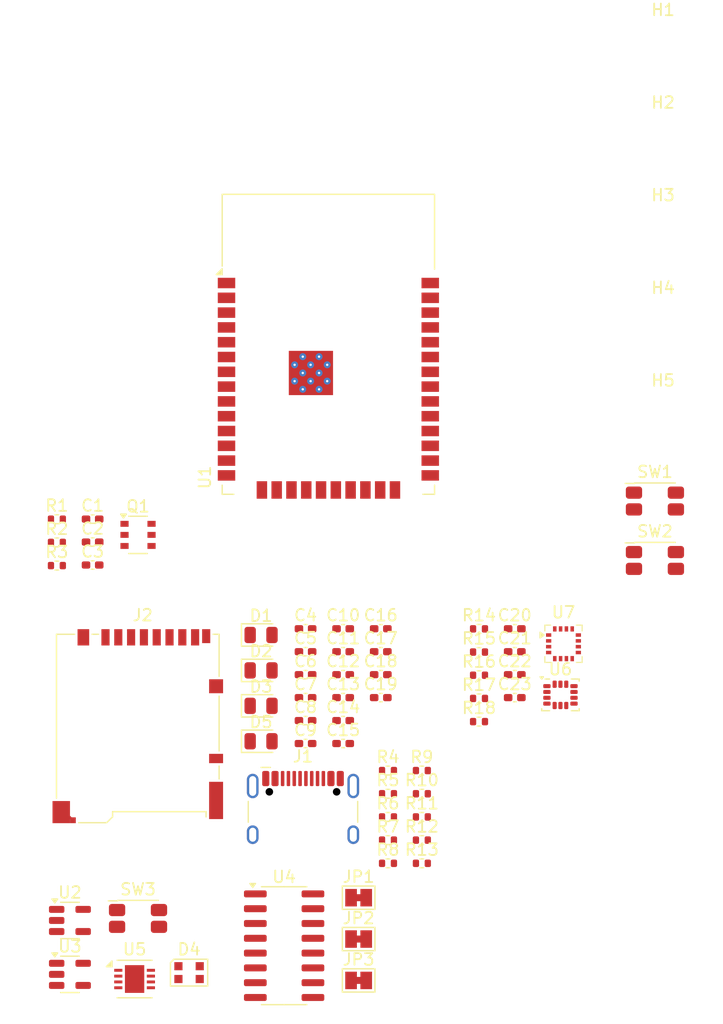
<source format=kicad_pcb>
(kicad_pcb (version 20241229) (generator "pcbnew") (generator_version "9.0")
  (layers (0 "F.Cu" signal) (2 "B.Cu" signal) (13 "F.Paste" user) (15 "B.Paste" user) (5 "F.SilkS" user "F.Silkscreen") (7 "B.SilkS" user "B.Silkscreen") (1 "F.Mask" user) (3 "B.Mask" user) (25 "Edge.Cuts" user))
  (net 0 "")
  (net 1 "RESET")
  (net 2 "GND")
  (net 3 "+3.3V")
  (net 4 "VIN")
  (net 5 "+3.3V_SW")
  (net 6 "V_BAT")
  (net 7 "Net-(U7-CAP)")
  (net 8 "Net-(D1A-K)")
  (net 9 "V_USB")
  (net 11 "Net-(D4-DIN)")
  (net 12 "Net-(D5-A)")
  (net 13 "Net-(J1-SHIELD)")
  (net 14 "Net-(J1-CC2)")
  (net 15 "D+")
  (net 16 "D-")
  (net 17 "Net-(J1-CC1)")
  (net 20 "SD_DATA0")
  (net 21 "ESP13{slash}DAT3")
  (net 22 "ESP14{slash}CLK")
  (net 23 "ESP4{slash}DAT1")
  (net 24 "SD_DATA2")
  (net 27 "SD_CMD")
  (net 28 "ESP26{slash}RGBLED")
  (net 29 "Net-(JP3-A)")
  (net 30 "Net-(Q1-B)")
  (net 31 "Net-(Q1-C-Pad5)")
  (net 32 "CH340-RTS")
  (net 33 "CH340-DTR")
  (net 34 "ESP0{slash}BOOT")
  (net 35 "ESP25{slash}LED")
  (net 36 "ESP21{slash}SDA")
  (net 37 "Net-(U5-SDA)")
  (net 38 "ESP22{slash}SCL")
  (net 39 "Net-(U5-SCL)")
  (net 40 "ESP23{slash}PICO")
  (net 41 "ESP19{slash}POCI")
  (net 42 "ESP18{slash}SCK")
  (net 43 "ESP5{slash}IMU_CS")
  (net 44 "ESP27{slash}MAG_CS")
  (net 47 "ESP32{slash}PWREN")
  (net 52 "CH340-TX")
  (net 53 "CH340-RX")
  (net 56 "ESP35{slash}MAG_INT")
  (net 61 "ESP34{slash}IMU_INT")
  (footprint "Package_LGA:LGA-14_3x2.5mm_P0.5mm_LayoutBorder3x4y" (layer "F.Cu") (at 121.9375 127.75)
    (property "Reference" "U6" (at 0 -2.2 0) (layer "F.SilkS"))
    (property "Value" "ISM330DHCX")
    (pad "1" smd roundrect (at -1.1625 -0.75) (size 0.625 0.35) (layers "F.Cu" "F.Mask" "F.Paste") (net 41 "ESP19{slash}POCI"))
    (pad "2" smd roundrect (at -1.1625 -0.25) (size 0.625 0.35) (layers "F.Cu" "F.Mask" "F.Paste") (net 2 "GND"))
    (pad "3" smd roundrect (at -1.1625 0.25) (size 0.625 0.35) (layers "F.Cu" "F.Mask" "F.Paste") (net 2 "GND"))
    (pad "4" smd roundrect (at -1.1625 0.75) (size 0.625 0.35) (layers "F.Cu" "F.Mask" "F.Paste") (net 61 "ESP34{slash}IMU_INT"))
    (pad "5" smd roundrect (at -0.5 0.9125) (size 0.35 0.625) (layers "F.Cu" "F.Mask" "F.Paste") (net 5 "+3.3V_SW"))
    (pad "6" smd roundrect (at 0 0.9125) (size 0.35 0.625) (layers "F.Cu" "F.Mask" "F.Paste") (net 2 "GND"))
    (pad "7" smd roundrect (at 0.5 0.9125) (size 0.35 0.625) (layers "F.Cu" "F.Mask" "F.Paste") (net 2 "GND"))
    (pad "8" smd roundrect (at 1.1625 0.75) (size 0.625 0.35) (layers "F.Cu" "F.Mask" "F.Paste") (net 5 "+3.3V_SW"))
    (pad "9" smd roundrect (at 1.1625 0.25) (size 0.625 0.35) (layers "F.Cu" "F.Mask" "F.Paste"))
    (pad "10" smd roundrect (at 1.1625 -0.25) (size 0.625 0.35) (layers "F.Cu" "F.Mask" "F.Paste"))
    (pad "11" smd roundrect (at 1.1625 -0.75) (size 0.625 0.35) (layers "F.Cu" "F.Mask" "F.Paste"))
    (pad "12" smd roundrect (at 0.5 -0.9125) (size 0.35 0.625) (layers "F.Cu" "F.Mask" "F.Paste") (net 43 "ESP5{slash}IMU_CS"))
    (pad "13" smd roundrect (at 0 -0.9125) (size 0.35 0.625) (layers "F.Cu" "F.Mask" "F.Paste") (net 42 "ESP18{slash}SCK"))
    (pad "14" smd roundrect (at -0.5 -0.9125) (size 0.35 0.625) (layers "F.Cu" "F.Mask" "F.Paste") (net 40 "ESP23{slash}PICO"))
  )
  (footprint "Resistor_SMD:R_0402_1005Metric" (layer "F.Cu") (at 107.1225 138.225)
    (property "Reference" "R6" (at 0 -1.17 0) (layer "F.SilkS"))
    (property "Value" "10K")
    (pad "1" smd roundrect (at -0.51 0) (size 0.54 0.64) (layers "F.Cu" "F.Mask" "F.Paste") (net 5 "+3.3V_SW"))
    (pad "2" smd roundrect (at 0.51 0) (size 0.54 0.64) (layers "F.Cu" "F.Mask" "F.Paste") (net 24 "SD_DATA2"))
  )
  (footprint "Capacitor_SMD:C_0402_1005Metric_Pad0.74x0.62mm_HandSolder" (layer "F.Cu") (at 106.5025 127.985)
    (property "Reference" "C19" (at 0 -1.16 0) (layer "F.SilkS"))
    (property "Value" "2.2uF")
    (pad "1" smd roundrect (at -0.5675 0) (size 0.735 0.62) (layers "F.Cu" "F.Mask" "F.Paste") (net 5 "+3.3V_SW"))
    (pad "2" smd roundrect (at 0.5675 0) (size 0.735 0.62) (layers "F.Cu" "F.Mask" "F.Paste") (net 2 "GND"))
  )
  (footprint "Capacitor_SMD:C_0402_1005Metric_Pad0.74x0.62mm_HandSolder" (layer "F.Cu") (at 81.7525 112.665)
    (property "Reference" "C1" (at 0 -1.16 0) (layer "F.SilkS"))
    (property "Value" "DNP")
    (pad "1" smd roundrect (at -0.5675 0) (size 0.735 0.62) (layers "F.Cu" "F.Mask" "F.Paste") (net 1 "RESET"))
    (pad "2" smd roundrect (at 0.5675 0) (size 0.735 0.62) (layers "F.Cu" "F.Mask" "F.Paste") (net 2 "GND"))
  )
  (footprint "Connector_Card:microSD_HC_Hirose_DM3BT-DSF-PEJS" (layer "F.Cu") (at 85.6325 130.435)
    (property "Reference" "J2" (at 0.425 -9.525 0) (layer "F.SilkS"))
    (property "Value" "Micro_SD_Card_Det2")
    (pad "1" smd rect (at -2.775 -7.625) (size 0.7 1.4) (layers "F.Cu" "F.Mask" "F.Paste") (net 24 "SD_DATA2"))
    (pad "2" smd rect (at -1.675 -7.625) (size 0.7 1.4) (layers "F.Cu" "F.Mask" "F.Paste") (net 21 "ESP13{slash}DAT3"))
    (pad "3" smd rect (at -0.575 -7.625) (size 0.7 1.4) (layers "F.Cu" "F.Mask" "F.Paste") (net 27 "SD_CMD"))
    (pad "4" smd rect (at 0.525 -7.625) (size 0.7 1.4) (layers "F.Cu" "F.Mask" "F.Paste") (net 5 "+3.3V_SW"))
    (pad "5" smd rect (at 1.625 -7.625) (size 0.7 1.4) (layers "F.Cu" "F.Mask" "F.Paste") (net 22 "ESP14{slash}CLK"))
    (pad "6" smd rect (at 2.725 -7.625) (size 0.7 1.4) (layers "F.Cu" "F.Mask" "F.Paste") (net 2 "GND"))
    (pad "7" smd rect (at 3.825 -7.625) (size 0.7 1.4) (layers "F.Cu" "F.Mask" "F.Paste") (net 20 "SD_DATA0"))
    (pad "8" smd rect (at 4.925 -7.625) (size 0.7 1.4) (layers "F.Cu" "F.Mask" "F.Paste") (net 23 "ESP4{slash}DAT1"))
    (pad "9" smd rect (at 5.875 -7.725) (size 0.7 1.2) (layers "F.Cu" "F.Mask" "F.Paste"))
    (pad "10" smd rect (at 6.725 2.775) (size 1.2 0.8) (layers "F.Cu" "F.Mask" "F.Paste"))
    (pad "11" smd rect (at -6.575 7.375) (size 1.5 1.9) (layers "F.Cu" "F.Mask" "F.Paste") (net 2 "GND"))
    (pad "11" smd rect (at -5.825 7.825 45) (size 0.2 0.2) (layers "F.Cu" "F.Mask" "F.Paste") (net 2 "GND"))
    (pad "11" smd rect (at -5.575 8.075) (size 0.5 0.5) (layers "F.Cu" "F.Mask" "F.Paste") (net 2 "GND"))
    (pad "11" smd rect (at -4.675 -7.625) (size 1 1.4) (layers "F.Cu" "F.Mask" "F.Paste") (net 2 "GND"))
    (pad "11" smd rect (at 6.725 -3.425) (size 1.2 1.2) (layers "F.Cu" "F.Mask" "F.Paste") (net 2 "GND"))
    (pad "11" smd rect (at 6.725 6.375) (size 1.2 3.2) (layers "F.Cu" "F.Mask" "F.Paste") (net 2 "GND"))
  )
  (footprint "Capacitor_SMD:C_0402_1005Metric_Pad0.74x0.62mm_HandSolder" (layer "F.Cu") (at 118.0125 126.015)
    (property "Reference" "C22" (at 0 -1.16 0) (layer "F.SilkS"))
    (property "Value" "2.2uF")
    (pad "1" smd roundrect (at -0.5675 0) (size 0.735 0.62) (layers "F.Cu" "F.Mask" "F.Paste") (net 5 "+3.3V_SW"))
    (pad "2" smd roundrect (at 0.5675 0) (size 0.735 0.62) (layers "F.Cu" "F.Mask" "F.Paste") (net 2 "GND"))
  )
  (footprint "Resistor_SMD:R_0402_1005Metric" (layer "F.Cu") (at 110.0325 138.225)
    (property "Reference" "R11" (at 0 -1.17 0) (layer "F.SilkS"))
    (property "Value" "1K")
    (pad "1" smd roundrect (at -0.51 0) (size 0.54 0.64) (layers "F.Cu" "F.Mask" "F.Paste") (net 35 "ESP25{slash}LED"))
    (pad "2" smd roundrect (at 0.51 0) (size 0.54 0.64) (layers "F.Cu" "F.Mask" "F.Paste") (net 29 "Net-(JP3-A)"))
  )
  (footprint "Capacitor_SMD:C_0402_1005Metric_Pad0.74x0.62mm_HandSolder" (layer "F.Cu") (at 118.0125 124.045)
    (property "Reference" "C21" (at 0 -1.16 0) (layer "F.SilkS"))
    (property "Value" "0.1uF")
    (pad "1" smd roundrect (at -0.5675 0) (size 0.735 0.62) (layers "F.Cu" "F.Mask" "F.Paste") (net 5 "+3.3V_SW"))
    (pad "2" smd roundrect (at 0.5675 0) (size 0.735 0.62) (layers "F.Cu" "F.Mask" "F.Paste") (net 2 "GND"))
  )
  (footprint "Package_TO_SOT_SMD:SOT-23-5" (layer "F.Cu") (at 79.8025 147.11)
    (property "Reference" "U2" (at 0 -2.4 0) (layer "F.SilkS"))
    (property "Value" "XC6222B331MR")
    (pad "1" smd roundrect (at -1.1375 -0.95) (size 1.325 0.6) (layers "F.Cu" "F.Mask" "F.Paste") (net 4 "VIN"))
    (pad "2" smd roundrect (at -1.1375 0) (size 1.325 0.6) (layers "F.Cu" "F.Mask" "F.Paste") (net 2 "GND"))
    (pad "3" smd roundrect (at -1.1375 0.95) (size 1.325 0.6) (layers "F.Cu" "F.Mask" "F.Paste") (net 4 "VIN"))
    (pad "4" smd roundrect (at 1.1375 0.95) (size 1.325 0.6) (layers "F.Cu" "F.Mask" "F.Paste"))
    (pad "5" smd roundrect (at 1.1375 -0.95) (size 1.325 0.6) (layers "F.Cu" "F.Mask" "F.Paste") (net 3 "+3.3V"))
  )
  (footprint "Jumper:SolderJumper-2_P1.3mm_Bridged_Pad1.0x1.5mm" (layer "F.Cu") (at 104.6025 152.255)
    (property "Reference" "JP3" (at 0 -1.8 0) (layer "F.SilkS"))
    (property "Value" "STATE")
    (fp_poly (pts (xy -0.25 -0.3) (xy 0.25 -0.3) (xy 0.25 0.3) (xy -0.25 0.3)) (fill yes) (layer "F.Cu"))
    (pad "1" smd rect (at -0.65 0) (size 1 1.5) (layers "F.Cu" "F.Mask") (net 29 "Net-(JP3-A)"))
    (pad "2" smd rect (at 0.65 0) (size 1 1.5) (layers "F.Cu" "F.Mask") (net 12 "Net-(D5-A)"))
  )
  (footprint "Capacitor_SMD:C_0402_1005Metric_Pad0.74x0.62mm_HandSolder" (layer "F.Cu") (at 100.0425 126.015)
    (property "Reference" "C6" (at 0 -1.16 0) (layer "F.SilkS"))
    (property "Value" "2.2uF")
    (pad "1" smd roundrect (at -0.5675 0) (size 0.735 0.62) (layers "F.Cu" "F.Mask" "F.Paste") (net 4 "VIN"))
    (pad "2" smd roundrect (at 0.5675 0) (size 0.735 0.62) (layers "F.Cu" "F.Mask" "F.Paste") (net 2 "GND"))
  )
  (footprint "Resistor_SMD:R_0402_1005Metric" (layer "F.Cu") (at 110.0325 140.215)
    (property "Reference" "R12" (at 0 -1.17 0) (layer "F.SilkS"))
    (property "Value" "2.2K")
    (pad "1" smd roundrect (at -0.51 0) (size 0.54 0.64) (layers "F.Cu" "F.Mask" "F.Paste") (net 37 "Net-(U5-SDA)"))
    (pad "2" smd roundrect (at 0.51 0) (size 0.54 0.64) (layers "F.Cu" "F.Mask" "F.Paste") (net 36 "ESP21{slash}SDA"))
  )
  (footprint "Capacitor_SMD:C_0402_1005Metric_Pad0.74x0.62mm_HandSolder" (layer "F.Cu") (at 106.5025 122.075)
    (property "Reference" "C16" (at 0 -1.16 0) (layer "F.SilkS"))
    (property "Value" "0.1uF")
    (pad "1" smd roundrect (at -0.5675 0) (size 0.735 0.62) (layers "F.Cu" "F.Mask" "F.Paste") (net 5 "+3.3V_SW"))
    (pad "2" smd roundrect (at 0.5675 0) (size 0.735 0.62) (layers "F.Cu" "F.Mask" "F.Paste") (net 2 "GND"))
  )
  (footprint "Resistor_SMD:R_0402_1005Metric" (layer "F.Cu") (at 107.1225 142.205)
    (property "Reference" "R8" (at 0 -1.17 0) (layer "F.SilkS"))
    (property "Value" "10K")
    (pad "1" smd roundrect (at -0.51 0) (size 0.54 0.64) (layers "F.Cu" "F.Mask" "F.Paste") (net 5 "+3.3V_SW"))
    (pad "2" smd roundrect (at 0.51 0) (size 0.54 0.64) (layers "F.Cu" "F.Mask" "F.Paste") (net 27 "SD_CMD"))
  )
  (footprint "Resistor_SMD:R_0402_1005Metric" (layer "F.Cu") (at 114.9425 126.065)
    (property "Reference" "R16" (at 0 -1.17 0) (layer "F.SilkS"))
    (property "Value" "100K")
    (pad "1" smd roundrect (at -0.51 0) (size 0.54 0.64) (layers "F.Cu" "F.Mask" "F.Paste") (net 5 "+3.3V_SW"))
    (pad "2" smd roundrect (at 0.51 0) (size 0.54 0.64) (layers "F.Cu" "F.Mask" "F.Paste") (net 42 "ESP18{slash}SCK"))
  )
  (footprint "Package_SO:TSOP-6_1.65x3.05mm_P0.95mm" (layer "F.Cu") (at 85.6525 114.02)
    (property "Reference" "Q1" (at 0 -2.45 0) (layer "F.SilkS"))
    (property "Value" "BC846BDW1")
    (pad "1" smd rect (at -1.16 -0.95) (size 0.7 0.51) (layers "F.Cu" "F.Mask" "F.Paste") (net 33 "CH340-DTR"))
    (pad "2" smd rect (at -1.16 0) (size 0.7 0.51) (layers "F.Cu" "F.Mask" "F.Paste") (net 30 "Net-(Q1-B)"))
    (pad "3" smd rect (at -1.16 0.95) (size 0.7 0.51) (layers "F.Cu" "F.Mask" "F.Paste") (net 1 "RESET"))
    (pad "4" smd rect (at 1.16 0.95) (size 0.7 0.51) (layers "F.Cu" "F.Mask" "F.Paste") (net 32 "CH340-RTS"))
    (pad "5" smd rect (at 1.16 0) (size 0.7 0.51) (layers "F.Cu" "F.Mask" "F.Paste") (net 31 "Net-(Q1-C-Pad5)"))
    (pad "6" smd rect (at 1.16 -0.95) (size 0.7 0.51) (layers "F.Cu" "F.Mask" "F.Paste") (net 34 "ESP0{slash}BOOT"))
  )
  (footprint "MountingHole:MountingHole_3.2mm_M3" (layer "F.Cu") (at 130.7525 81.065)
    (property "Reference" "H2" (at 0 -4.15 0) (layer "F.SilkS"))
    (property "Value" "MountingHole")
    (pad "" np_thru_hole circle (at 0 0) (size 3.2 3.2) (drill 3.2) (layers "*.Cu" "*.Mask"))
  )
  (footprint "Package_TO_SOT_SMD:SOT-23-5" (layer "F.Cu") (at 79.8025 151.735)
    (property "Reference" "U3" (at 0 -2.4 0) (layer "F.SilkS"))
    (property "Value" "XC6222B331MR")
    (pad "1" smd roundrect (at -1.1375 -0.95) (size 1.325 0.6) (layers "F.Cu" "F.Mask" "F.Paste") (net 4 "VIN"))
    (pad "2" smd roundrect (at -1.1375 0) (size 1.325 0.6) (layers "F.Cu" "F.Mask" "F.Paste") (net 2 "GND"))
    (pad "3" smd roundrect (at -1.1375 0.95) (size 1.325 0.6) (layers "F.Cu" "F.Mask" "F.Paste") (net 47 "ESP32{slash}PWREN"))
    (pad "4" smd roundrect (at 1.1375 0.95) (size 1.325 0.6) (layers "F.Cu" "F.Mask" "F.Paste"))
    (pad "5" smd roundrect (at 1.1375 -0.95) (size 1.325 0.6) (layers "F.Cu" "F.Mask" "F.Paste") (net 5 "+3.3V_SW"))
  )
  (footprint "Resistor_SMD:R_0402_1005Metric" (layer "F.Cu") (at 78.6825 114.665)
    (property "Reference" "R2" (at 0 -1.17 0) (layer "F.SilkS"))
    (property "Value" "10K")
    (pad "1" smd roundrect (at -0.51 0) (size 0.54 0.64) (layers "F.Cu" "F.Mask" "F.Paste") (net 31 "Net-(Q1-C-Pad5)"))
    (pad "2" smd roundrect (at 0.51 0) (size 0.54 0.64) (layers "F.Cu" "F.Mask" "F.Paste") (net 33 "CH340-DTR"))
  )
  (footprint "Resistor_SMD:R_0402_1005Metric" (layer "F.Cu") (at 78.6825 112.675)
    (property "Reference" "R1" (at 0 -1.17 0) (layer "F.SilkS"))
    (property "Value" "10K")
    (pad "1" smd roundrect (at -0.51 0) (size 0.54 0.64) (layers "F.Cu" "F.Mask" "F.Paste") (net 3 "+3.3V"))
    (pad "2" smd roundrect (at 0.51 0) (size 0.54 0.64) (layers "F.Cu" "F.Mask" "F.Paste") (net 1 "RESET"))
  )
  (footprint "Capacitor_SMD:C_0402_1005Metric_Pad0.74x0.62mm_HandSolder" (layer "F.Cu") (at 103.2725 122.075)
    (property "Reference" "C10" (at 0 -1.16 0) (layer "F.SilkS"))
    (property "Value" "10nF")
    (pad "1" smd roundrect (at -0.5675 0) (size 0.735 0.62) (layers "F.Cu" "F.Mask" "F.Paste") (net 3 "+3.3V"))
    (pad "2" smd roundrect (at 0.5675 0) (size 0.735 0.62) (layers "F.Cu" "F.Mask" "F.Paste") (net 2 "GND"))
  )
  (footprint "Resistor_SMD:R_0402_1005Metric" (layer "F.Cu") (at 78.6825 116.655)
    (property "Reference" "R3" (at 0 -1.17 0) (layer "F.SilkS"))
    (property "Value" "10K")
    (pad "1" smd roundrect (at -0.51 0) (size 0.54 0.64) (layers "F.Cu" "F.Mask" "F.Paste") (net 30 "Net-(Q1-B)"))
    (pad "2" smd roundrect (at 0.51 0) (size 0.54 0.64) (layers "F.Cu" "F.Mask" "F.Paste") (net 32 "CH340-RTS"))
  )
  (footprint "Resistor_SMD:R_0402_1005Metric" (layer "F.Cu") (at 110.0325 136.235)
    (property "Reference" "R10" (at 0 -1.17 0) (layer "F.SilkS"))
    (property "Value" "10K")
    (pad "1" smd roundrect (at -0.51 0) (size 0.54 0.64) (layers "F.Cu" "F.Mask" "F.Paste") (net 5 "+3.3V_SW"))
    (pad "2" smd roundrect (at 0.51 0) (size 0.54 0.64) (layers "F.Cu" "F.Mask" "F.Paste") (net 23 "ESP4{slash}DAT1"))
  )
  (footprint "Jumper:SolderJumper-2_P1.3mm_Bridged_Pad1.0x1.5mm" (layer "F.Cu") (at 104.6025 145.155)
    (property "Reference" "JP1" (at 0 -1.8 0) (layer "F.SilkS"))
    (property "Value" "SHLD")
    (fp_poly (pts (xy -0.25 -0.3) (xy 0.25 -0.3) (xy 0.25 0.3) (xy -0.25 0.3)) (fill yes) (layer "F.Cu"))
    (pad "1" smd rect (at -0.65 0) (size 1 1.5) (layers "F.Cu" "F.Mask") (net 2 "GND"))
    (pad "2" smd rect (at 0.65 0) (size 1 1.5) (layers "F.Cu" "F.Mask") (net 13 "Net-(J1-SHIELD)"))
  )
  (footprint "Resistor_SMD:R_0402_1005Metric" (layer "F.Cu") (at 107.1225 136.235)
    (property "Reference" "R5" (at 0 -1.17 0) (layer "F.SilkS"))
    (property "Value" "5.1k")
    (pad "1" smd roundrect (at -0.51 0) (size 0.54 0.64) (layers "F.Cu" "F.Mask" "F.Paste") (net 14 "Net-(J1-CC2)"))
    (pad "2" smd roundrect (at 0.51 0) (size 0.54 0.64) (layers "F.Cu" "F.Mask" "F.Paste") (net 2 "GND"))
  )
  (footprint "Diode_SMD:D_0805_2012Metric" (layer "F.Cu") (at 96.2225 122.61)
    (property "Reference" "D1" (at 0 -1.65 0) (layer "F.SilkS"))
    (property "Value" "3A/10V/180mV")
    (pad "1" smd roundrect (at -0.9375 0) (size 0.975 1.4) (layers "F.Cu" "F.Mask" "F.Paste") (net 6 "V_BAT"))
    (pad "2" smd roundrect (at 0.9375 0) (size 0.975 1.4) (layers "F.Cu" "F.Mask" "F.Paste") (net 8 "Net-(D1A-K)"))
  )
  (footprint "Capacitor_SMD:C_0402_1005Metric_Pad0.74x0.62mm_HandSolder" (layer "F.Cu") (at 103.2725 131.925)
    (property "Reference" "C15" (at 0 -1.16 0) (layer "F.SilkS"))
    (property "Value" "2.2uF")
    (pad "1" smd roundrect (at -0.5675 0) (size 0.735 0.62) (layers "F.Cu" "F.Mask" "F.Paste") (net 5 "+3.3V_SW"))
    (pad "2" smd roundrect (at 0.5675 0) (size 0.735 0.62) (layers "F.Cu" "F.Mask" "F.Paste") (net 2 "GND"))
  )
  (footprint "Resistor_SMD:R_0402_1005Metric" (layer "F.Cu") (at 114.9425 130.045)
    (property "Reference" "R18" (at 0 -1.17 0) (layer "F.SilkS"))
    (property "Value" "100K")
    (pad "1" smd roundrect (at -0.51 0) (size 0.54 0.64) (layers "F.Cu" "F.Mask" "F.Paste") (net 5 "+3.3V_SW"))
    (pad "2" smd roundrect (at 0.51 0) (size 0.54 0.64) (layers "F.Cu" "F.Mask" "F.Paste") (net 44 "ESP27{slash}MAG_CS"))
  )
  (footprint "Connector_USB:USB_C_Receptacle_HCTL_HC-TYPE-C-16P-01A" (layer "F.Cu") (at 99.8225 138.675)
    (property "Reference" "J1" (at 0 -5.645 0) (layer "F.SilkS"))
    (property "Value" "USB_C_Receptacle_USB2.0_16P")
    (pad "" np_thru_hole circle (at -2.89 -2.605) (size 0.65 0.65) (drill 0.65) (layers "*.Mask"))
    (pad "" np_thru_hole circle (at 2.89 -2.605) (size 0.65 0.65) (drill 0.65) (layers "*.Mask"))
    (pad "A1" smd roundrect (at -3.2 -3.745) (size 0.6 1.3) (layers "F.Cu" "F.Mask" "F.Paste") (net 2 "GND"))
    (pad "A4" smd roundrect (at -2.4 -3.745) (size 0.6 1.3) (layers "F.Cu" "F.Mask" "F.Paste") (net 9 "V_USB"))
    (pad "A5" smd roundrect (at -1.25 -3.745) (size 0.3 1.3) (layers "F.Cu" "F.Mask" "F.Paste") (net 17 "Net-(J1-CC1)"))
    (pad "A6" smd roundrect (at -0.25 -3.745) (size 0.3 1.3) (layers "F.Cu" "F.Mask" "F.Paste") (net 15 "D+"))
    (pad "A7" smd roundrect (at 0.25 -3.745) (size 0.3 1.3) (layers "F.Cu" "F.Mask" "F.Paste") (net 16 "D-"))
    (pad "A8" smd roundrect (at 1.25 -3.745) (size 0.3 1.3) (layers "F.Cu" "F.Mask" "F.Paste"))
    (pad "A9" smd roundrect (at 2.4 -3.745) (size 0.6 1.3) (layers "F.Cu" "F.Mask" "F.Paste") (net 9 "V_USB"))
    (pad "A12" smd roundrect (at 3.2 -3.745) (size 0.6 1.3) (layers "F.Cu" "F.Mask" "F.Paste") (net 2 "GND"))
    (pad "B1" smd roundrect (at 3.2 -3.745) (size 0.6 1.3) (layers "F.Cu" "F.Mask" "F.Paste") (net 2 "GND"))
    (pad "B4" smd roundrect (at 2.4 -3.745) (size 0.6 1.3) (layers "F.Cu" "F.Mask" "F.Paste") (net 9 "V_USB"))
    (pad "B5" smd roundrect (at 1.75 -3.745) (size 0.3 1.3) (layers "F.Cu" "F.Mask" "F.Paste") (net 14 "Net-(J1-CC2)"))
    (pad "B6" smd roundrect (at 0.75 -3.745) (size 0.3 1.3) (layers "F.Cu" "F.Mask" "F.Paste") (net 15 "D+"))
    (pad "B7" smd roundrect (at -0.75 -3.745) (size 0.3 1.3) (layers "F.Cu" "F.Mask" "F.Paste") (net 16 "D-"))
    (pad "B8" smd roundrect (at -1.75 -3.745) (size 0.3 1.3) (layers "F.Cu" "F.Mask" "F.Paste"))
    (pad "B9" smd roundrect (at -2.4 -3.745) (size 0.6 1.3) (layers "F.Cu" "F.Mask" "F.Paste") (net 9 "V_USB"))
    (pad "B12" smd roundrect (at -3.2 -3.745) (size 0.6 1.3) (layers "F.Cu" "F.Mask" "F.Paste") (net 2 "GND"))
    (pad "S1" thru_hole oval (at -4.32 -3.105) (size 1 2.1) (drill oval 0.6 1.7) (property pad_prop_heatsink) (layers "*.Cu" "*.Mask") (net 13 "Net-(J1-SHIELD)"))
    (pad "S1" thru_hole oval (at -4.32 1.075) (size 1 1.6) (drill oval 0.6 1.2) (property pad_prop_heatsink) (layers "*.Cu" "*.Mask") (net 13 "Net-(J1-SHIELD)"))
    (pad "S1" thru_hole oval (at 4.32 -3.105) (size 1 2.1) (drill oval 0.6 1.7) (property pad_prop_heatsink) (layers "*.Cu" "*.Mask") (net 13 "Net-(J1-SHIELD)"))
    (pad "S1" thru_hole oval (at 4.32 1.075) (size 1 1.6) (drill oval 0.6 1.2) (property pad_prop_heatsink) (layers "*.Cu" "*.Mask") (net 13 "Net-(J1-SHIELD)"))
  )
  (footprint "Capacitor_SMD:C_0402_1005Metric_Pad0.74x0.62mm_HandSolder" (layer "F.Cu") (at 100.0425 127.985)
    (property "Reference" "C7" (at 0 -1.16 0) (layer "F.SilkS"))
    (property "Value" "2.2uF")
    (pad "1" smd roundrect (at -0.5675 0) (size 0.735 0.62) (layers "F.Cu" "F.Mask" "F.Paste") (net 4 "VIN"))
    (pad "2" smd roundrect (at 0.5675 0) (size 0.735 0.62) (layers "F.Cu" "F.Mask" "F.Paste") (net 2 "GND"))
  )
  (footprint "Capacitor_SMD:C_0402_1005Metric_Pad0.74x0.62mm_HandSolder" (layer "F.Cu") (at 103.2725 124.045)
    (property "Reference" "C11" (at 0 -1.16 0) (layer "F.SilkS"))
    (property "Value" "0.1uF")
    (pad "1" smd roundrect (at -0.5675 0) (size 0.735 0.62) (layers "F.Cu" "F.Mask" "F.Paste") (net 3 "+3.3V"))
    (pad "2" smd roundrect (at 0.5675 0) (size 0.735 0.62) (layers "F.Cu" "F.Mask" "F.Paste") (net 2 "GND"))
  )
  (footprint "Capacitor_SMD:C_0402_1005Metric_Pad0.74x0.62mm_HandSolder" (layer "F.Cu") (at 103.2725 126.015)
    (property "Reference" "C12" (at 0 -1.16 0) (layer "F.SilkS"))
    (property "Value" "0.1uF")
    (pad "1" smd roundrect (at -0.5675 0) (size 0.735 0.62) (layers "F.Cu" "F.Mask" "F.Paste") (net 5 "+3.3V_SW"))
    (pad "2" smd roundrect (at 0.5675 0) (size 0.735 0.62) (layers "F.Cu" "F.Mask" "F.Paste") (net 2 "GND"))
  )
  (footprint "Package_DFN_QFN:DFN-8-1EP_3x3mm_P0.5mm_EP1.66x2.38mm" (layer "F.Cu") (at 85.3575 152.135)
    (property "Reference" "U5" (at 0 -2.55 0) (layer "F.SilkS"))
    (property "Value" "MAX17048")
    (pad "1" smd rect (at -1.4 -0.75) (size 0.7 0.25) (layers "F.Cu" "F.Mask" "F.Paste") (net 2 "GND"))
    (pad "2" smd rect (at -1.4 -0.25) (size 0.7 0.25) (layers "F.Cu" "F.Mask" "F.Paste") (net 6 "V_BAT"))
    (pad "3" smd rect (at -1.4 0.25) (size 0.7 0.25) (layers "F.Cu" "F.Mask" "F.Paste") (net 6 "V_BAT"))
    (pad "4" smd rect (at -1.4 0.75) (size 0.7 0.25) (layers "F.Cu" "F.Mask" "F.Paste") (net 2 "GND"))
    (pad "5" smd rect (at 1.4 0.75) (size 0.7 0.25) (layers "F.Cu" "F.Mask" "F.Paste"))
    (pad "6" smd rect (at 1.4 0.25) (size 0.7 0.25) (layers "F.Cu" "F.Mask" "F.Paste") (net 2 "GND"))
    (pad "7" smd rect (at 1.4 -0.25) (size 0.7 0.25) (layers "F.Cu" "F.Mask" "F.Paste") (net 39 "Net-(U5-SCL)"))
    (pad "8" smd rect (at 1.4 -0.75) (size 0.7 0.25) (layers "F.Cu" "F.Mask" "F.Paste") (net 37 "Net-(U5-SDA)"))
    (pad "9" smd rect (at 0 0) (size 1.66 2.38) (layers "F.Cu" "F.Mask"))
  )
  (footprint "Capacitor_SMD:C_0402_1005Metric_Pad0.74x0.62mm_HandSolder" (layer "F.Cu") (at 100.0425 122.075)
    (property "Reference" "C4" (at 0 -1.16 0) (layer "F.SilkS"))
    (property "Value" "2.2uF")
    (pad "1" smd roundrect (at -0.5675 0) (size 0.735 0.62) (layers "F.Cu" "F.Mask" "F.Paste") (net 4 "VIN"))
    (pad "2" smd roundrect (at 0.5675 0) (size 0.735 0.62) (layers "F.Cu" "F.Mask" "F.Paste") (net 2 "GND"))
  )
  (footprint "RF_Module:ESP32-WROOM-32D" (layer "F.Cu") (at 102.0025 100.655)
    (property "Reference" "U1" (at -10.61 8.43 90) (layer "F.SilkS"))
    (property "Value" "ESP32-WROOM-32E")
    (pad "1" smd rect (at -8.75 -8.25) (size 1.5 0.9) (layers "F.Cu" "F.Mask" "F.Paste") (net 2 "GND"))
    (pad "2" smd rect (at -8.75 -6.98) (size 1.5 0.9) (layers "F.Cu" "F.Mask" "F.Paste") (net 3 "+3.3V"))
    (pad "3" smd rect (at -8.75 -5.71) (size 1.5 0.9) (layers "F.Cu" "F.Mask" "F.Paste") (net 1 "RESET"))
    (pad "4" smd rect (at -8.75 -4.44) (size 1.5 0.9) (layers "F.Cu" "F.Mask" "F.Paste"))
    (pad "5" smd rect (at -8.75 -3.17) (size 1.5 0.9) (layers "F.Cu" "F.Mask" "F.Paste"))
    (pad "6" smd rect (at -8.75 -1.9) (size 1.5 0.9) (layers "F.Cu" "F.Mask" "F.Paste") (net 61 "ESP34{slash}IMU_INT"))
    (pad "7" smd rect (at -8.75 -0.63) (size 1.5 0.9) (layers "F.Cu" "F.Mask" "F.Paste") (net 56 "ESP35{slash}MAG_INT"))
    (pad "8" smd rect (at -8.75 0.64) (size 1.5 0.9) (layers "F.Cu" "F.Mask" "F.Paste") (net 47 "ESP32{slash}PWREN"))
    (pad "9" smd rect (at -8.75 1.91) (size 1.5 0.9) (layers "F.Cu" "F.Mask" "F.Paste"))
    (pad "10" smd rect (at -8.75 3.18) (size 1.5 0.9) (layers "F.Cu" "F.Mask" "F.Paste") (net 35 "ESP25{slash}LED"))
    (pad "11" smd rect (at -8.75 4.45) (size 1.5 0.9) (layers "F.Cu" "F.Mask" "F.Paste") (net 28 "ESP26{slash}RGBLED"))
    (pad "12" smd rect (at -8.75 5.72) (size 1.5 0.9) (layers "F.Cu" "F.Mask" "F.Paste") (net 44 "ESP27{slash}MAG_CS"))
    (pad "13" smd rect (at -8.75 6.99) (size 1.5 0.9) (layers "F.Cu" "F.Mask" "F.Paste") (net 22 "ESP14{slash}CLK"))
    (pad "14" smd rect (at -8.75 8.26) (size 1.5 0.9) (layers "F.Cu" "F.Mask" "F.Paste"))
    (pad "15" smd rect (at -5.71 9.51 90) (size 1.5 0.9) (layers "F.Cu" "F.Mask" "F.Paste") (net 2 "GND"))
    (pad "16" smd rect (at -4.44 9.51 90) (size 1.5 0.9) (layers "F.Cu" "F.Mask" "F.Paste") (net 21 "ESP13{slash}DAT3"))
    (pad "17" smd rect (at -3.17 9.51 90) (size 1.5 0.9) (layers "F.Cu" "F.Mask" "F.Paste"))
    (pad "18" smd rect (at -1.9 9.51 90) (size 1.5 0.9) (layers "F.Cu" "F.Mask" "F.Paste"))
    (pad "19" smd rect (at -0.63 9.51 90) (size 1.5 0.9) (layers "F.Cu" "F.Mask" "F.Paste"))
    (pad "20" smd rect (at 0.64 9.51 90) (size 1.5 0.9) (layers "F.Cu" "F.Mask" "F.Paste"))
    (pad "21" smd rect (at 1.91 9.51 90) (size 1.5 0.9) (layers "F.Cu" "F.Mask" "F.Paste"))
    (pad "22" smd rect (at 3.18 9.51 90) (size 1.5 0.9) (layers "F.Cu" "F.Mask" "F.Paste"))
    (pad "23" smd rect (at 4.45 9.51 90) (size 1.5 0.9) (layers "F.Cu" "F.Mask" "F.Paste"))
    (pad "24" smd rect (at 5.72 9.51 90) (size 1.5 0.9) (layers "F.Cu" "F.Mask" "F.Paste"))
    (pad "25" smd rect (at 8.75 8.26) (size 1.5 0.9) (layers "F.Cu" "F.Mask" "F.Paste") (net 34 "ESP0{slash}BOOT"))
    (pad "26" smd rect (at 8.75 6.99) (size 1.5 0.9) (layers "F.Cu" "F.Mask" "F.Paste") (net 23 "ESP4{slash}DAT1"))
    (pad "27" smd rect (at 8.75 5.72) (size 1.5 0.9) (layers "F.Cu" "F.Mask" "F.Paste"))
    (pad "28" smd rect (at 8.75 4.45) (size 1.5 0.9) (layers "F.Cu" "F.Mask" "F.Paste"))
    (pad "29" smd rect (at 8.75 3.18) (size 1.5 0.9) (layers "F.Cu" "F.Mask" "F.Paste") (net 43 "ESP5{slash}IMU_CS"))
    (pad "30" smd rect (at 8.75 1.91) (size 1.5 0.9) (layers "F.Cu" "F.Mask" "F.Paste") (net 42 "ESP18{slash}SCK"))
    (pad "31" smd rect (at 8.75 0.64) (size 1.5 0.9) (layers "F.Cu" "F.Mask" "F.Paste") (net 41 "ESP19{slash}POCI"))
    (pad "32" smd rect (at 8.75 -0.63) (size 1.5 0.9) (layers "F.Cu" "F.Mask" "F.Paste"))
    (pad "33" smd rect (at 8.75 -1.9) (size 1.5 0.9) (layers "F.Cu" "F.Mask" "F.Paste") (net 36 "ESP21{slash}SDA"))
    (pad "34" smd rect (at 8.75 -3.17) (size 1.5 0.9) (layers "F.Cu" "F.Mask" "F.Paste") (net 52 "CH340-TX"))
    (pad "35" smd rect (at 8.75 -4.44) (size 1.5 0.9) (layers "F.Cu" "F.Mask" "F.Paste") (net 53 "CH340-RX"))
    (pad "36" smd rect (at 8.75 -5.71) (size 1.5 0.9) (layers "F.Cu" "F.Mask" "F.Paste") (net 38 "ESP22{slash}SCL"))
    (pad "37" smd rect (at 8.75 -6.98) (size 1.5 0.9) (layers "F.Cu" "F.Mask" "F.Paste") (net 40 "ESP23{slash}PICO"))
    (pad "38" smd rect (at 8.75 -8.25) (size 1.5 0.9) (layers "F.Cu" "F.Mask" "F.Paste") (net 2 "GND"))
    (pad "39" smd rect (at -2.9 -1.93) (size 0.9 0.9) (layers "F.Cu" "F.Paste") (net 2 "GND"))
    (pad "39" thru_hole circle (at -2.9 -1.23) (size 0.6 0.6) (drill 0.2) (property pad_prop_heatsink) (layers "*.Cu" "F.Mask") (net 2 "GND"))
    (pad "39" smd rect (at -2.9 -0.53) (size 0.9 0.9) (layers "F.Cu" "F.Paste") (net 2 "GND"))
    (pad "39" thru_hole circle (at -2.9 0.17) (size 0.6 0.6) (drill 0.2) (property pad_prop_heatsink) (layers "*.Cu" "F.Mask") (net 2 "GND"))
    (pad "39" smd rect (at -2.9 0.87) (size 0.9 0.9) (layers "F.Cu" "F.Paste") (net 2 "GND"))
    (pad "39" thru_hole circle (at -2.2 -1.93) (size 0.6 0.6) (drill 0.2) (property pad_prop_heatsink) (layers "*.Cu" "F.Mask") (net 2 "GND"))
    (pad "39" thru_hole circle (at -2.2 -0.53) (size 0.6 0.6) (drill 0.2) (property pad_prop_heatsink) (layers "*.Cu" "F.Mask") (net 2 "GND"))
    (pad "39" thru_hole circle (at -2.2 0.87) (size 0.6 0.6) (drill 0.2) (property pad_prop_heatsink) (layers "*.Cu" "F.Mask") (net 2 "GND"))
    (pad "39" thru_hole circle (at -1.525 -1.23) (size 0.6 0.6) (drill 0.2) (property pad_prop_heatsink) (layers "*.Cu" "F.Mask") (net 2 "GND"))
    (pad "39" thru_hole circle (at -1.525 0.17) (size 0.6 0.6) (drill 0.2) (property pad_prop_heatsink) (layers "*.Cu" "F.Mask") (net 2 "GND"))
    (pad "39" smd rect (at -1.5 -1.93) (size 0.9 0.9) (layers "F.Cu" "F.Paste") (net 2 "GND"))
    (pad "39" smd rect (at -1.5 -0.53) (size 0.9 0.9) (layers "F.Cu" "F.Paste") (net 2 "GND"))
    (pad "39" smd rect (at -1.5 -0.53) (size 3.8 3.8) (property pad_prop_heatsink) (layers "F.Cu" "F.Mask") (net 2 "GND"))
    (pad "39" smd rect (at -1.5 0.87) (size 0.9 0.9) (layers "F.Cu" "F.Paste") (net 2 "GND"))
    (pad "39" thru_hole circle (at -0.8 -1.93) (size 0.6 0.6) (drill 0.2) (property pad_prop_heatsink) (layers "*.Cu" "F.Mask") (net 2 "GND"))
    (pad "39" thru_hole circle (at -0.8 -0.53) (size 0.6 0.6) (drill 0.2) (property pad_prop_heatsink) (layers "*.Cu" "F.Mask") (net 2 "GND"))
    (pad "39" thru_hole circle (at -0.8 0.87) (size 0.6 0.6) (drill 0.2) (property pad_prop_heatsink) (layers "*.Cu" "F.Mask") (net 2 "GND"))
    (pad "39" smd rect (at -0.1 -1.93) (size 0.9 0.9) (layers "F.Cu" "F.Paste") (net 2 "GND"))
    (pad "39" thru_hole circle (at -0.1 -1.23) (size 0.6 0.6) (drill 0.2) (property pad_prop_heatsink) (layers "*.Cu" "F.Mask") (net 2 "GND"))
    (pad "39" smd rect (at -0.1 -0.53) (size 0.9 0.9) (layers "F.Cu" "F.Paste") (net 2 "GND"))
    (pad "39" thru_hole circle (at -0.1 0.17) (size 0.6 0.6) (drill 0.2) (property pad_prop_heatsink) (layers "*.Cu" "F.Mask") (net 2 "GND"))
    (pad "39" smd rect (at -0.1 0.87) (size 0.9 0.9) (layers "F.Cu" "F.Paste") (net 2 "GND"))
  )
  (footprint "Capacitor_SMD:C_0402_1005Metric_Pad0.74x0.62mm_HandSolder" (layer "F.Cu") (at 103.2725 129.955)
    (property "Reference" "C14" (at 0 -1.16 0) (layer "F.SilkS"))
    (property "Value" "2.2uF")
    (pad "1" smd roundrect (at -0.5675 0) (size 0.735 0.62) (layers "F.Cu" "F.Mask" "F.Paste") (net 5 "+3.3V_SW"))
    (pad "2" smd roundrect (at 0.5675 0) (size 0.735 0.62) (layers "F.Cu" "F.Mask" "F.Paste") (net 2 "GND"))
  )
  (footprint "Capacitor_SMD:C_0402_1005Metric_Pad0.74x0.62mm_HandSolder" (layer "F.Cu") (at 81.7525 116.605)
    (property "Reference" "C3" (at 0 -1.16 0) (layer "F.SilkS"))
    (property "Value" "0.1uF")
    (pad "1" smd roundrect (at -0.5675 0) (size 0.735 0.62) (layers "F.Cu" "F.Mask" "F.Paste") (net 3 "+3.3V"))
    (pad "2" smd roundrect (at 0.5675 0) (size 0.735 0.62) (layers "F.Cu" "F.Mask" "F.Paste") (net 2 "GND"))
  )
  (footprint "MountingHole:MountingHole_3.2mm_M3" (layer "F.Cu") (at 130.7525 73.115)
    (property "Reference" "H1" (at 0 -4.15 0) (layer "F.SilkS"))
    (property "Value" "MountingHole")
    (pad "" np_thru_hole circle (at 0 0) (size 3.2 3.2) (drill 3.2) (layers "*.Cu" "*.Mask"))
  )
  (footprint "Resistor_SMD:R_0402_1005Metric" (layer "F.Cu") (at 110.0325 142.205)
    (property "Reference" "R13" (at 0 -1.17 0) (layer "F.SilkS"))
    (property "Value" "2.2K")
    (pad "1" smd roundrect (at -0.51 0) (size 0.54 0.64) (layers "F.Cu" "F.Mask" "F.Paste") (net 39 "Net-(U5-SCL)"))
    (pad "2" smd roundrect (at 0.51 0) (size 0.54 0.64) (layers "F.Cu" "F.Mask" "F.Paste") (net 38 "ESP22{slash}SCL"))
  )
  (footprint "Resistor_SMD:R_0402_1005Metric" (layer "F.Cu") (at 107.1225 134.245)
    (property "Reference" "R4" (at 0 -1.17 0) (layer "F.SilkS"))
    (property "Value" "5.1k")
    (pad "1" smd roundrect (at -0.51 0) (size 0.54 0.64) (layers "F.Cu" "F.Mask" "F.Paste") (net 17 "Net-(J1-CC1)"))
    (pad "2" smd roundrect (at 0.51 0) (size 0.54 0.64) (layers "F.Cu" "F.Mask" "F.Paste") (net 2 "GND"))
  )
  (footprint "LED_SMD:LED_WS2812B-2020_PLCC4_2.0x2.0mm" (layer "F.Cu") (at 90.0375 151.585)
    (property "Reference" "D4" (at 0 -2 0) (layer "F.SilkS"))
    (property "Value" "WS2812B-2020")
    (pad "1" smd rect (at -0.915 -0.55) (size 0.7 0.7) (layers "F.Cu" "F.Mask" "F.Paste"))
    (pad "2" smd rect (at -0.915 0.55) (size 0.7 0.7) (layers "F.Cu" "F.Mask" "F.Paste") (net 2 "GND"))
    (pad "3" smd rect (at 0.915 0.55) (size 0.7 0.7) (layers "F.Cu" "F.Mask" "F.Paste") (net 11 "Net-(D4-DIN)"))
    (pad "4" smd rect (at 0.915 -0.55) (size 0.7 0.7) (layers "F.Cu" "F.Mask" "F.Paste") (net 5 "+3.3V_SW"))
  )
  (footprint "Capacitor_SMD:C_0402_1005Metric_Pad0.74x0.62mm_HandSolder" (layer "F.Cu") (at 118.0125 127.985)
    (property "Reference" "C23" (at 0 -1.16 0) (layer "F.SilkS"))
    (property "Value" "10uF")
    (pad "1" smd roundrect (at -0.5675 0) (size 0.735 0.62) (layers "F.Cu" "F.Mask" "F.Paste") (net 7 "Net-(U7-CAP)"))
    (pad "2" smd roundrect (at 0.5675 0) (size 0.735 0.62) (layers "F.Cu" "F.Mask" "F.Paste") (net 2 "GND"))
  )
  (footprint "MountingHole:MountingHole_3.2mm_M3" (layer "F.Cu") (at 130.7525 104.915)
    (property "Reference" "H5" (at 0 -4.15 0) (layer "F.SilkS"))
    (property "Value" "MountingHole")
    (pad "" np_thru_hole circle (at 0 0) (size 3.2 3.2) (drill 3.2) (layers "*.Cu" "*.Mask"))
  )
  (footprint "MountingHole:MountingHole_3.2mm_M3" (layer "F.Cu") (at 130.7525 89.015)
    (property "Reference" "H3" (at 0 -4.15 0) (layer "F.SilkS"))
    (property "Value" "MountingHole")
    (pad "" np_thru_hole circle (at 0 0) (size 3.2 3.2) (drill 3.2) (layers "*.Cu" "*.Mask"))
  )
  (footprint "Capacitor_SMD:C_0402_1005Metric_Pad0.74x0.62mm_HandSolder" (layer "F.Cu") (at 100.0425 129.955)
    (property "Reference" "C8" (at 0 -1.16 0) (layer "F.SilkS"))
    (property "Value" "2.2uF")
    (pad "1" smd roundrect (at -0.5675 0) (size 0.735 0.62) (layers "F.Cu" "F.Mask" "F.Paste") (net 4 "VIN"))
    (pad "2" smd roundrect (at 0.5675 0) (size 0.735 0.62) (layers "F.Cu" "F.Mask" "F.Paste") (net 2 "GND"))
  )
  (footprint "Capacitor_SMD:C_0402_1005Metric_Pad0.74x0.62mm_HandSolder" (layer "F.Cu") (at 81.7525 114.635)
    (property "Reference" "C2" (at 0 -1.16 0) (layer "F.SilkS"))
    (property "Value" "2.2uF")
    (pad "1" smd roundrect (at -0.5675 0) (size 0.735 0.62) (layers "F.Cu" "F.Mask" "F.Paste") (net 3 "+3.3V"))
    (pad "2" smd roundrect (at 0.5675 0) (size 0.735 0.62) (layers "F.Cu" "F.Mask" "F.Paste") (net 2 "GND"))
  )
  (footprint "Package_LGA:LGA-16_3x3mm_P0.5mm" (layer "F.Cu") (at 122.1985 123.365)
    (property "Reference" "U7" (at 0 -2.7 0) (layer "F.SilkS"))
    (property "Value" "MMC5983MA_QFN16")
    (pad "1" smd rect (at -1.275 -0.75 90) (size 0.3 0.45) (layers "F.Cu" "F.Mask" "F.Paste") (net 42 "ESP18{slash}SCK"))
    (pad "2" smd rect (at -1.275 -0.25 90) (size 0.3 0.45) (layers "F.Cu" "F.Mask" "F.Paste") (net 5 "+3.3V_SW"))
    (pad "3" smd rect (at -1.275 0.25 90) (size 0.3 0.45) (layers "F.Cu" "F.Mask" "F.Paste"))
    (pad "4" smd rect (at -1.275 0.75 90) (size 0.3 0.45) (layers "F.Cu" "F.Mask" "F.Paste") (net 44 "ESP27{slash}MAG_CS"))
    (pad "5" smd rect (at -0.75 1.275) (size 0.3 0.45) (layers "F.Cu" "F.Mask" "F.Paste") (net 41 "ESP19{slash}POCI"))
    (pad "6" smd rect (at -0.25 1.275) (size 0.3 0.45) (layers "F.Cu" "F.Mask" "F.Paste"))
    (pad "7" smd rect (at 0.25 1.275) (size 0.3 0.45) (layers "F.Cu" "F.Mask" "F.Paste"))
    (pad "8" smd rect (at 0.75 1.275) (size 0.3 0.45) (layers "F.Cu" "F.Mask" "F.Paste"))
    (pad "9" smd rect (at 1.275 0.75 90) (size 0.3 0.45) (layers "F.Cu" "F.Mask" "F.Paste") (net 2 "GND"))
    (pad "10" smd rect (at 1.275 0.25 90) (size 0.3 0.45) (layers "F.Cu" "F.Mask" "F.Paste") (net 7 "Net-(U7-CAP)"))
    (pad "11" smd rect (at 1.275 -0.25 90) (size 0.3 0.45) (layers "F.Cu" "F.Mask" "F.Paste") (net 2 "GND"))
    (pad "12" smd rect (at 1.275 -0.75 90) (size 0.3 0.45) (layers "F.Cu" "F.Mask" "F.Paste"))
    (pad "13" smd rect (at 0.75 -1.275) (size 0.3 0.45) (layers "F.Cu" "F.Mask" "F.Paste") (net 5 "+3.3V_SW"))
    (pad "14" smd rect (at 0.25 -1.275) (size 0.3 0.45) (layers "F.Cu" "F.Mask" "F.Paste"))
    (pad "15" smd rect (at -0.25 -1.275) (size 0.3 0.45) (layers "F.Cu" "F.Mask" "F.Paste") (net 56 "ESP35{slash}MAG_INT"))
    (pad "16" smd rect (at -0.75 -1.275) (size 0.3 0.45) (layers "F.Cu" "F.Mask" "F.Paste") (net 40 "ESP23{slash}PICO"))
  )
  (footprint "Jumper:SolderJumper-2_P1.3mm_Bridged_Pad1.0x1.5mm" (layer "F.Cu") (at 104.6025 148.705)
    (property "Reference" "JP2" (at 0 -1.8 0) (layer "F.SilkS"))
    (property "Value" "RGB")
    (fp_poly (pts (xy -0.25 -0.3) (xy 0.25 -0.3) (xy 0.25 0.3) (xy -0.25 0.3)) (fill yes) (layer "F.Cu"))
    (pad "1" smd rect (at -0.65 0) (size 1 1.5) (layers "F.Cu" "F.Mask") (net 11 "Net-(D4-DIN)"))
    (pad "2" smd rect (at 0.65 0) (size 1 1.5) (layers "F.Cu" "F.Mask") (net 28 "ESP26{slash}RGBLED"))
  )
  (footprint "LED_SMD:LED_0805_2012Metric" (layer "F.Cu") (at 96.2225 131.73)
    (property "Reference" "D5" (at 0 -1.65 0) (layer "F.SilkS"))
    (property "Value" "BLUE")
    (pad "1" smd roundrect (at -0.9375 0) (size 0.975 1.4) (layers "F.Cu" "F.Mask" "F.Paste") (net 2 "GND"))
    (pad "2" smd roundrect (at 0.9375 0) (size 0.975 1.4) (layers "F.Cu" "F.Mask" "F.Paste") (net 12 "Net-(D5-A)"))
  )
  (footprint "Diode_SMD:D_0805_2012Metric" (layer "F.Cu") (at 96.2225 128.69)
    (property "Reference" "D3" (at 0 -1.65 0) (layer "F.SilkS"))
    (property "Value" "TVS")
    (pad "1" smd roundrect (at -0.9375 0) (size 0.975 1.4) (layers "F.Cu" "F.Mask" "F.Paste") (net 2 "GND"))
    (pad "2" smd roundrect (at 0.9375 0) (size 0.975 1.4) (layers "F.Cu" "F.Mask" "F.Paste") (net 9 "V_USB"))
  )
  (footprint "Resistor_SMD:R_0402_1005Metric" (layer "F.Cu") (at 110.0325 134.245)
    (property "Reference" "R9" (at 0 -1.17 0) (layer "F.SilkS"))
    (property "Value" "10K")
    (pad "1" smd roundrect (at -0.51 0) (size 0.54 0.64) (layers "F.Cu" "F.Mask" "F.Paste") (net 5 "+3.3V_SW"))
    (pad "2" smd roundrect (at 0.51 0) (size 0.54 0.64) (layers "F.Cu" "F.Mask" "F.Paste") (net 20 "SD_DATA0"))
  )
  (footprint "Button_Switch_SMD:SW_SPST_EVQP7C" (layer "F.Cu") (at 130.0525 116.215)
    (property "Reference" "SW2" (at 0 -2.5 0) (layer "F.SilkS"))
    (property "Value" "BOOT")
    (pad "" np_thru_hole circle (at 0 -0.9) (size 0.7 0.7) (drill 0.7) (layers "*.Cu" "*.Mask"))
    (pad "" np_thru_hole circle (at 0 0.9) (size 0.7 0.7) (drill 0.7) (layers "*.Cu" "*.Mask"))
    (pad "1" smd roundrect (at -1.8 -0.72) (size 1.4 1.05) (layers "F.Cu" "F.Mask" "F.Paste") (roundrect_rratio 0.2380952381) (net 34 "ESP0{slash}BOOT"))
    (pad "1" smd roundrect (at 1.8 -0.72) (size 1.4 1.05) (layers "F.Cu" "F.Mask" "F.Paste") (roundrect_rratio 0.2380952381) (net 34 "ESP0{slash}BOOT"))
    (pad "2" smd roundrect (at -1.8 0.72) (size 1.4 1.05) (layers "F.Cu" "F.Mask" "F.Paste") (roundrect_rratio 0.2380952381) (net 2 "GND"))
    (pad "2" smd roundrect (at 1.8 0.72) (size 1.4 1.05) (layers "F.Cu" "F.Mask" "F.Paste") (roundrect_rratio 0.2380952381) (net 2 "GND"))
  )
  (footprint "Package_SO:SOIC-16_3.9x9.9mm_P1.27mm" (layer "F.Cu") (at 98.2025 149.275)
    (property "Reference" "U4" (at 0 -5.9 0) (layer "F.SilkS"))
    (property "Value" "CH340C")
    (pad "1" smd roundrect (at -2.475 -4.445) (size 1.95 0.6) (layers "F.Cu" "F.Mask" "F.Paste") (net 2 "GND"))
    (pad "2" smd roundrect (at -2.475 -3.175) (size 1.95 0.6) (layers "F.Cu" "F.Mask" "F.Paste") (net 52 "CH340-TX"))
    (pad "3" smd roundrect (at -2.475 -1.905) (size 1.95 0.6) (layers "F.Cu" "F.Mask" "F.Paste") (net 53 "CH340-RX"))
    (pad "4" smd roundrect (at -2.475 -0.635) (size 1.95 0.6) (layers "F.Cu" "F.Mask" "F.Paste") (net 3 "+3.3V"))
    (pad "5" smd roundrect (at -2.475 0.635) (size 1.95 0.6) (layers "F.Cu" "F.Mask" "F.Paste") (net 15 "D+"))
    (pad "6" smd roundrect (at -2.475 1.905) (size 1.95 0.6) (layers "F.Cu" "F.Mask" "F.Paste") (net 16 "D-"))
    (pad "7" smd roundrect (at -2.475 3.175) (size 1.95 0.6) (layers "F.Cu" "F.Mask" "F.Paste"))
    (pad "8" smd roundrect (at -2.475 4.445) (size 1.95 0.6) (layers "F.Cu" "F.Mask" "F.Paste"))
    (pad "9" smd roundrect (at 2.475 4.445) (size 1.95 0.6) (layers "F.Cu" "F.Mask" "F.Paste"))
    (pad "10" smd roundrect (at 2.475 3.175) (size 1.95 0.6) (layers "F.Cu" "F.Mask" "F.Paste"))
    (pad "11" smd roundrect (at 2.475 1.905) (size 1.95 0.6) (layers "F.Cu" "F.Mask" "F.Paste"))
    (pad "12" smd roundrect (at 2.475 0.635) (size 1.95 0.6) (layers "F.Cu" "F.Mask" "F.Paste"))
    (pad "13" smd roundrect (at 2.475 -0.635) (size 1.95 0.6) (layers "F.Cu" "F.Mask" "F.Paste") (net 33 "CH340-DTR"))
    (pad "14" smd roundrect (at 2.475 -1.905) (size 1.95 0.6) (layers "F.Cu" "F.Mask" "F.Paste") (net 32 "CH340-RTS"))
    (pad "15" smd roundrect (at 2.475 -3.175) (size 1.95 0.6) (layers "F.Cu" "F.Mask" "F.Paste"))
    (pad "16" smd roundrect (at 2.475 -4.445) (size 1.95 0.6) (layers "F.Cu" "F.Mask" "F.Paste") (net 3 "+3.3V"))
  )
  (footprint "Capacitor_SMD:C_0402_1005Metric_Pad0.74x0.62mm_HandSolder" (layer "F.Cu") (at 106.5025 126.015)
    (property "Reference" "C18" (at 0 -1.16 0) (layer "F.SilkS"))
    (property "Value" "0.1uF")
    (pad "1" smd roundrect (at -0.5675 0) (size 0.735 0.62) (layers "F.Cu" "F.Mask" "F.Paste") (net 6 "V_BAT"))
    (pad "2" smd roundrect (at 0.5675 0) (size 0.735 0.62) (layers "F.Cu" "F.Mask" "F.Paste") (net 2 "GND"))
  )
  (footprint "Resistor_SMD:R_0402_1005Metric" (layer "F.Cu") (at 114.9425 128.055)
    (property "Reference" "R17" (at 0 -1.17 0) (layer "F.SilkS"))
    (property "Value" "100K")
    (pad "1" smd roundrect (at -0.51 0) (size 0.54 0.64) (layers "F.Cu" "F.Mask" "F.Paste") (net 5 "+3.3V_SW"))
    (pad "2" smd roundrect (at 0.51 0) (size 0.54 0.64) (layers "F.Cu" "F.Mask" "F.Paste") (net 43 "ESP5{slash}IMU_CS"))
  )
  (footprint "Resistor_SMD:R_0402_1005Metric" (layer "F.Cu") (at 114.9425 124.075)
    (property "Reference" "R15" (at 0 -1.17 0) (layer "F.SilkS"))
    (property "Value" "10K")
    (pad "1" smd roundrect (at -0.51 0) (size 0.54 0.64) (layers "F.Cu" "F.Mask" "F.Paste") (net 5 "+3.3V_SW"))
    (pad "2" smd roundrect (at 0.51 0) (size 0.54 0.64) (layers "F.Cu" "F.Mask" "F.Paste") (net 41 "ESP19{slash}POCI"))
  )
  (footprint "Button_Switch_SMD:SW_SPST_EVQP7C" (layer "F.Cu") (at 85.6525 146.935)
    (property "Reference" "SW3" (at 0 -2.5 0) (layer "F.SilkS"))
    (property "Value" "ON/OFF")
    (pad "" np_thru_hole circle (at 0 -0.9) (size 0.7 0.7) (drill 0.7) (layers "*.Cu" "*.Mask"))
    (pad "" np_thru_hole circle (at 0 0.9) (size 0.7 0.7) (drill 0.7) (layers "*.Cu" "*.Mask"))
    (pad "1" smd roundrect (at -1.8 -0.72) (size 1.4 1.05) (layers "F.Cu" "F.Mask" "F.Paste") (roundrect_rratio 0.2380952381) (net 8 "Net-(D1A-K)"))
    (pad "1" smd roundrect (at 1.8 -0.72) (size 1.4 1.05) (layers "F.Cu" "F.Mask" "F.Paste") (roundrect_rratio 0.2380952381) (net 8 "Net-(D1A-K)"))
    (pad "2" smd roundrect (at -1.8 0.72) (size 1.4 1.05) (layers "F.Cu" "F.Mask" "F.Paste") (roundrect_rratio 0.2380952381) (net 4 "VIN"))
    (pad "2" smd roundrect (at 1.8 0.72) (size 1.4 1.05) (layers "F.Cu" "F.Mask" "F.Paste") (roundrect_rratio 0.2380952381) (net 4 "VIN"))
  )
  (footprint "Resistor_SMD:R_0402_1005Metric" (layer "F.Cu") (at 114.9425 122.085)
    (property "Reference" "R14" (at 0 -1.17 0) (layer "F.SilkS"))
    (property "Value" "100K")
    (pad "1" smd roundrect (at -0.51 0) (size 0.54 0.64) (layers "F.Cu" "F.Mask" "F.Paste") (net 5 "+3.3V_SW"))
    (pad "2" smd roundrect (at 0.51 0) (size 0.54 0.64) (layers "F.Cu" "F.Mask" "F.Paste") (net 40 "ESP23{slash}PICO"))
  )
  (footprint "Capacitor_SMD:C_0402_1005Metric_Pad0.74x0.62mm_HandSolder" (layer "F.Cu") (at 100.0425 124.045)
    (property "Reference" "C5" (at 0 -1.16 0) (layer "F.SilkS"))
    (property "Value" "0.1uF")
    (pad "1" smd roundrect (at -0.5675 0) (size 0.735 0.62) (layers "F.Cu" "F.Mask" "F.Paste") (net 4 "VIN"))
    (pad "2" smd roundrect (at 0.5675 0) (size 0.735 0.62) (layers "F.Cu" "F.Mask" "F.Paste") (net 2 "GND"))
  )
  (footprint "Diode_SMD:D_0805_2012Metric" (layer "F.Cu") (at 96.2225 125.65)
    (property "Reference" "D2" (at 0 -1.65 0) (layer "F.SilkS"))
    (property "Value" "3A/10V/180mV")
    (pad "1" smd roundrect (at -0.9375 0) (size 0.975 1.4) (layers "F.Cu" "F.Mask" "F.Paste") (net 9 "V_USB"))
    (pad "2" smd roundrect (at 0.9375 0) (size 0.975 1.4) (layers "F.Cu" "F.Mask" "F.Paste") (net 8 "Net-(D1A-K)"))
  )
  (footprint "Capacitor_SMD:C_0402_1005Metric_Pad0.74x0.62mm_HandSolder" (layer "F.Cu") (at 106.5025 124.045)
    (property "Reference" "C17" (at 0 -1.16 0) (layer "F.SilkS"))
    (property "Value" "2.2uF")
    (pad "1" smd roundrect (at -0.5675 0) (size 0.735 0.62) (layers "F.Cu" "F.Mask" "F.Paste") (net 5 "+3.3V_SW"))
    (pad "2" smd roundrect (at 0.5675 0) (size 0.735 0.62) (layers "F.Cu" "F.Mask" "F.Paste") (net 2 "GND"))
  )
  (footprint "Capacitor_SMD:C_0402_1005Metric_Pad0.74x0.62mm_HandSolder" (layer "F.Cu") (at 118.0125 122.075)
    (property "Reference" "C20" (at 0 -1.16 0) (layer "F.SilkS"))
    (property "Value" "0.1uF")
    (pad "1" smd roundrect (at -0.5675 0) (size 0.735 0.62) (layers "F.Cu" "F.Mask" "F.Paste") (net 5 "+3.3V_SW"))
    (pad "2" smd roundrect (at 0.5675 0) (size 0.735 0.62) (layers "F.Cu" "F.Mask" "F.Paste") (net 2 "GND"))
  )
  (footprint "Button_Switch_SMD:SW_SPST_EVQP7C" (layer "F.Cu") (at 130.0525 111.115)
    (property "Reference" "SW1" (at 0 -2.5 0) (layer "F.SilkS"))
    (property "Value" "RESET")
    (pad "" np_thru_hole circle (at 0 -0.9) (size 0.7 0.7) (drill 0.7) (layers "*.Cu" "*.Mask"))
    (pad "" np_thru_hole circle (at 0 0.9) (size 0.7 0.7) (drill 0.7) (layers "*.Cu" "*.Mask"))
    (pad "1" smd roundrect (at -1.8 -0.72) (size 1.4 1.05) (layers "F.Cu" "F.Mask" "F.Paste") (roundrect_rratio 0.2380952381) (net 1 "RESET"))
    (pad "1" smd roundrect (at 1.8 -0.72) (size 1.4 1.05) (layers "F.Cu" "F.Mask" "F.Paste") (roundrect_rratio 0.2380952381) (net 1 "RESET"))
    (pad "2" smd roundrect (at -1.8 0.72) (size 1.4 1.05) (layers "F.Cu" "F.Mask" "F.Paste") (roundrect_rratio 0.2380952381) (net 2 "GND"))
    (pad "2" smd roundrect (at 1.8 0.72) (size 1.4 1.05) (layers "F.Cu" "F.Mask" "F.Paste") (roundrect_rratio 0.2380952381) (net 2 "GND"))
  )
  (footprint "Capacitor_SMD:C_0402_1005Metric_Pad0.74x0.62mm_HandSolder" (layer "F.Cu") (at 100.0425 131.925)
    (property "Reference" "C9" (at 0 -1.16 0) (layer "F.SilkS"))
    (property "Value" "2.2uF")
    (pad "1" smd roundrect (at -0.5675 0) (size 0.735 0.62) (layers "F.Cu" "F.Mask" "F.Paste") (net 3 "+3.3V"))
    (pad "2" smd roundrect (at 0.5675 0) (size 0.735 0.62) (layers "F.Cu" "F.Mask" "F.Paste") (net 2 "GND"))
  )
  (footprint "MountingHole:MountingHole_3.2mm_M3" (layer "F.Cu") (at 130.7525 96.965)
    (property "Reference" "H4" (at 0 -4.15 0) (layer "F.SilkS"))
    (property "Value" "MountingHole")
    (pad "" np_thru_hole circle (at 0 0) (size 3.2 3.2) (drill 3.2) (layers "*.Cu" "*.Mask"))
  )
  (footprint "Capacitor_SMD:C_0402_1005Metric_Pad0.74x0.62mm_HandSolder" (layer "F.Cu") (at 103.2725 127.985)
    (property "Reference" "C13" (at 0 -1.16 0) (layer "F.SilkS"))
    (property "Value" "2.2uF")
    (pad "1" smd roundrect (at -0.5675 0) (size 0.735 0.62) (layers "F.Cu" "F.Mask" "F.Paste") (net 3 "+3.3V"))
    (pad "2" smd roundrect (at 0.5675 0) (size 0.735 0.62) (layers "F.Cu" "F.Mask" "F.Paste") (net 2 "GND"))
  )
  (footprint "Resistor_SMD:R_0402_1005Metric" (layer "F.Cu") (at 107.1225 140.215)
    (property "Reference" "R7" (at 0 -1.17 0) (layer "F.SilkS"))
    (property "Value" "10K")
    (pad "1" smd roundrect (at -0.51 0) (size 0.54 0.64) (layers "F.Cu" "F.Mask" "F.Paste") (net 5 "+3.3V_SW"))
    (pad "2" smd roundrect (at 0.51 0) (size 0.54 0.64) (layers "F.Cu" "F.Mask" "F.Paste") (net 21 "ESP13{slash}DAT3"))
  )
)
</source>
